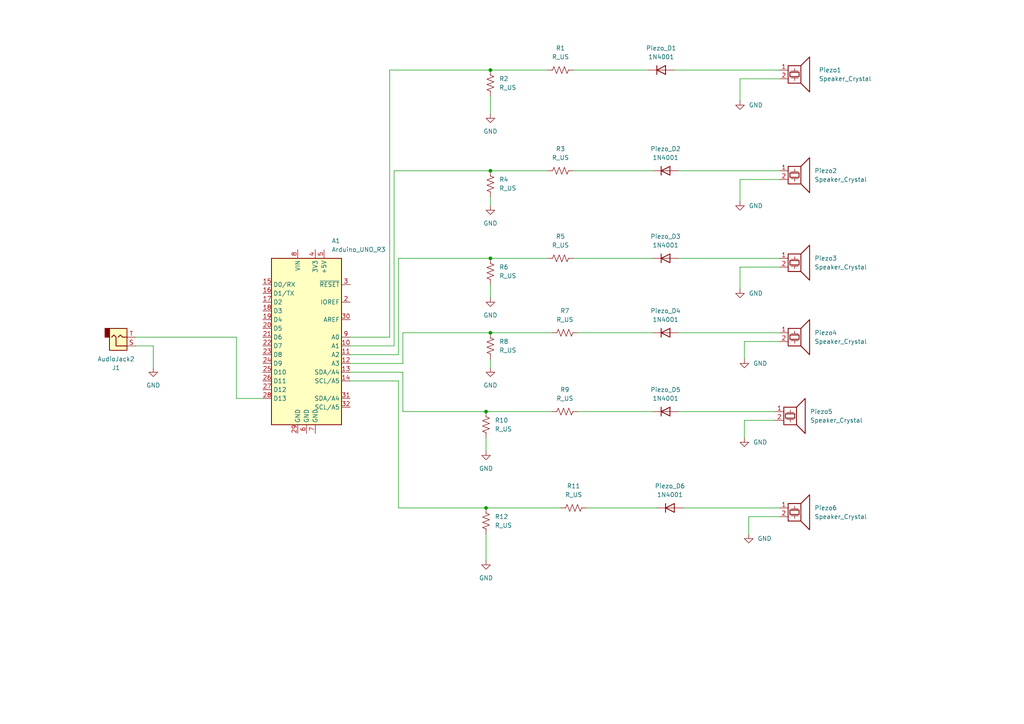
<source format=kicad_sch>
(kicad_sch (version 20230121) (generator eeschema)
  (paper "A4")
  (title_block (title "ENT3320_Schematic"))
  (lib_symbols
    (symbol "Connector_Audio:AudioJack2"
      (property "Reference" "J" (at 0 8.89 0))
      (property "Value" "AudioJack2" (at 0 6.35 0))
      (symbol "AudioJack2_0_1"
        (rectangle (start -3.81 0) (end -2.54 -2.54) (stroke (width 0.254)) (fill (type outline)))
        (rectangle (start -2.54 3.81) (end 2.54 -2.54) (stroke (width 0.254)) (fill (type background)))
        (polyline (pts (xy 0 0) (xy 0.635 -0.635) (xy 1.27 0) (xy 2.54 0)) (stroke (width 0.254)))
        (polyline (pts (xy 2.54 2.54) (xy -0.635 2.54) (xy -0.635 0) (xy -1.27 -0.635) (xy -1.905 0)) (stroke (width 0.254)))
      )
      (symbol "AudioJack2_1_1"
        (pin passive line (at 5.08 2.54 180) (length 2.54) (name "~") (number "S"))
        (pin passive line (at 5.08 0 180) (length 2.54) (name "~") (number "T"))
      )
    )
    (symbol "Device:R_US" (pin_numbers hide) (pin_names (offset 0))
      (property "Reference" "R" (at 2.54 0 90))
      (property "Value" "R_US" (at -2.54 0 90))
      (symbol "R_US_0_1"
        (polyline (pts (xy 0 -2.286) (xy 0 -2.54)))
        (polyline (pts (xy 0 2.286) (xy 0 2.54)))
        (polyline (pts (xy 0 -0.762) (xy 1.016 -1.143) (xy 0 -1.524) (xy -1.016 -1.905) (xy 0 -2.286)))
        (polyline (pts (xy 0 0.762) (xy 1.016 0.381) (xy 0 0) (xy -1.016 -0.381) (xy 0 -0.762)))
        (polyline (pts (xy 0 2.286) (xy 1.016 1.905) (xy 0 1.524) (xy -1.016 1.143) (xy 0 0.762)))
      )
      (symbol "R_US_1_1"
        (pin passive line (at 0 3.81 270) (length 1.27) (name "~") (number "1"))
        (pin passive line (at 0 -3.81 90) (length 1.27) (name "~") (number "2"))
      )
    )
    (symbol "Device:Speaker_Crystal" (pin_names (offset 0) hide)
      (property "Reference" "LS" (at 0.635 5.715 0))
      (property "Value" "Speaker_Crystal" (at 0.635 3.81 0))
      (symbol "Speaker_Crystal_0_0"
        (rectangle (start -2.54 1.27) (end 1.143 -3.81) (stroke (width 0.254)))
        (rectangle (start -2.032 -0.635) (end 0.635 -1.905) (stroke (width 0.254)))
        (polyline (pts (xy -1.651 -2.286) (xy 0.381 -2.286)))
        (polyline (pts (xy -1.651 -0.254) (xy 0.381 -0.254)))
        (polyline (pts (xy -0.635 -2.286) (xy -0.635 -3.048)))
        (polyline (pts (xy -0.635 -0.254) (xy -0.635 0.508)))
        (polyline (pts (xy 1.143 1.27) (xy 3.683 3.81) (xy 3.683 -6.35) (xy 1.143 -3.81)) (stroke (width 0.254)))
      )
      (symbol "Speaker_Crystal_1_1"
        (pin input line (at -5.08 0 0) (length 2.54) (name "1") (number "1"))
        (pin input line (at -5.08 -2.54 0) (length 2.54) (name "2") (number "2"))
      )
    )
    (symbol "Diode:1N4001" (pin_numbers hide) (pin_names hide)
      (property "Reference" "D" (at 0 2.54 0))
      (property "Value" "1N4001" (at 0 -2.54 0))
      (symbol "1N4001_0_1"
        (polyline (pts (xy -1.27 1.27) (xy -1.27 -1.27)) (stroke (width 0.254)))
        (polyline (pts (xy 1.27 0) (xy -1.27 0)))
        (polyline (pts (xy 1.27 1.27) (xy 1.27 -1.27) (xy -1.27 0) (xy 1.27 1.27)) (stroke (width 0.254)))
      )
      (symbol "1N4001_1_1"
        (pin passive line (at -3.81 0 0) (length 2.54) (name "K") (number "1"))
        (pin passive line (at 3.81 0 180) (length 2.54) (name "A") (number "2"))
      )
    )
    (symbol "MCU_Module:Arduino_UNO_R3"
      (property "Reference" "A" (at -10.16 23.495 0))
      (property "Value" "Arduino_UNO_R3" (at 5.08 -26.67 0))
      (symbol "Arduino_UNO_R3_0_1"
        (rectangle (start -10.16 22.86) (end 10.16 -25.4) (stroke (width 0.254)) (fill (type background)))
      )
      (symbol "Arduino_UNO_R3_1_1"
        (pin no_connect line (at -10.16 -20.32 0) (length 2.54) hide (name "NC") (number "1"))
        (pin bidirectional line (at 12.7 -2.54 180) (length 2.54) (name "A1") (number "10"))
        (pin bidirectional line (at 12.7 -5.08 180) (length 2.54) (name "A2") (number "11"))
        (pin bidirectional line (at 12.7 -7.62 180) (length 2.54) (name "A3") (number "12"))
        (pin bidirectional line (at 12.7 -10.16 180) (length 2.54) (name "SDA/A4") (number "13"))
        (pin bidirectional line (at 12.7 -12.7 180) (length 2.54) (name "SCL/A5") (number "14"))
        (pin bidirectional line (at -12.7 15.24 0) (length 2.54) (name "D0/RX") (number "15"))
        (pin bidirectional line (at -12.7 12.7 0) (length 2.54) (name "D1/TX") (number "16"))
        (pin bidirectional line (at -12.7 10.16 0) (length 2.54) (name "D2") (number "17"))
        (pin bidirectional line (at -12.7 7.62 0) (length 2.54) (name "D3") (number "18"))
        (pin bidirectional line (at -12.7 5.08 0) (length 2.54) (name "D4") (number "19"))
        (pin output line (at 12.7 10.16 180) (length 2.54) (name "IOREF") (number "2"))
        (pin bidirectional line (at -12.7 2.54 0) (length 2.54) (name "D5") (number "20"))
        (pin bidirectional line (at -12.7 0 0) (length 2.54) (name "D6") (number "21"))
        (pin bidirectional line (at -12.7 -2.54 0) (length 2.54) (name "D7") (number "22"))
        (pin bidirectional line (at -12.7 -5.08 0) (length 2.54) (name "D8") (number "23"))
        (pin bidirectional line (at -12.7 -7.62 0) (length 2.54) (name "D9") (number "24"))
        (pin bidirectional line (at -12.7 -10.16 0) (length 2.54) (name "D10") (number "25"))
        (pin bidirectional line (at -12.7 -12.7 0) (length 2.54) (name "D11") (number "26"))
        (pin bidirectional line (at -12.7 -15.24 0) (length 2.54) (name "D12") (number "27"))
        (pin bidirectional line (at -12.7 -17.78 0) (length 2.54) (name "D13") (number "28"))
        (pin power_in line (at -2.54 -27.94 90) (length 2.54) (name "GND") (number "29"))
        (pin input line (at 12.7 15.24 180) (length 2.54) (name "~{RESET}") (number "3"))
        (pin input line (at 12.7 5.08 180) (length 2.54) (name "AREF") (number "30"))
        (pin bidirectional line (at 12.7 -17.78 180) (length 2.54) (name "SDA/A4") (number "31"))
        (pin bidirectional line (at 12.7 -20.32 180) (length 2.54) (name "SCL/A5") (number "32"))
        (pin power_out line (at 2.54 25.4 270) (length 2.54) (name "3V3") (number "4"))
        (pin power_out line (at 5.08 25.4 270) (length 2.54) (name "+5V") (number "5"))
        (pin power_in line (at 0 -27.94 90) (length 2.54) (name "GND") (number "6"))
        (pin power_in line (at 2.54 -27.94 90) (length 2.54) (name "GND") (number "7"))
        (pin power_in line (at -2.54 25.4 270) (length 2.54) (name "VIN") (number "8"))
        (pin bidirectional line (at 12.7 0 180) (length 2.54) (name "A0") (number "9"))
      )
    )
    (symbol "power:GND" (power) (pin_names (offset 0))
      (property "Value" "GND" (at 0 -3.81 0))
      (symbol "GND_0_1"
        (polyline (pts (xy 0 0) (xy 0 -1.27) (xy 1.27 -1.27) (xy 0 -2.54) (xy -1.27 -1.27) (xy 0 -1.27)))
      )
      (symbol "GND_1_1"
        (pin power_in line (at 0 0 270) (length 0) hide (name "GND") (number "1"))
      )
    )
  )
  (junction (at 140.97 147.32))
  (junction (at 142.24 20.32))
  (junction (at 142.24 74.93))
  (junction (at 142.24 96.52))
  (junction (at 142.24 49.53))
  (junction (at 140.97 119.38))
  (wire (pts (xy 215.9 99.06) (xy 226.06 99.06)))
  (wire (pts (xy 140.97 154.94) (xy 140.97 162.56)))
  (wire (pts (xy 214.63 58.42) (xy 214.63 52.07)))
  (wire (pts (xy 114.3 49.53) (xy 114.3 100.33)))
  (wire (pts (xy 142.24 20.32) (xy 113.03 20.32)))
  (wire (pts (xy 101.6 102.87) (xy 115.57 102.87)))
  (wire (pts (xy 140.97 127) (xy 140.97 130.81)))
  (wire (pts (xy 116.84 107.95) (xy 116.84 119.38)))
  (wire (pts (xy 196.85 119.38) (xy 224.79 119.38)))
  (wire (pts (xy 115.57 110.49) (xy 115.57 147.32)))
  (wire (pts (xy 214.63 77.47) (xy 226.06 77.47)))
  (wire (pts (xy 142.24 49.53) (xy 114.3 49.53)))
  (wire (pts (xy 217.17 149.86) (xy 226.06 149.86)))
  (wire (pts (xy 158.75 20.32) (xy 142.24 20.32)))
  (wire (pts (xy 113.03 97.79) (xy 101.6 97.79)))
  (wire (pts (xy 214.63 22.86) (xy 226.06 22.86)))
  (wire (pts (xy 115.57 110.49) (xy 101.6 110.49)))
  (wire (pts (xy 226.06 96.52) (xy 196.85 96.52)))
  (wire (pts (xy 101.6 100.33) (xy 114.3 100.33)))
  (wire (pts (xy 68.58 97.79) (xy 68.58 115.57)))
  (wire (pts (xy 189.23 49.53) (xy 166.37 49.53)))
  (wire (pts (xy 226.06 147.32) (xy 198.12 147.32)))
  (wire (pts (xy 142.24 27.94) (xy 142.24 33.02)))
  (wire (pts (xy 226.06 49.53) (xy 196.85 49.53)))
  (wire (pts (xy 140.97 119.38) (xy 160.02 119.38)))
  (wire (pts (xy 44.45 100.33) (xy 44.45 106.68)))
  (wire (pts (xy 162.56 147.32) (xy 140.97 147.32)))
  (wire (pts (xy 215.9 127) (xy 215.9 121.92)))
  (wire (pts (xy 101.6 105.41) (xy 116.84 105.41)))
  (wire (pts (xy 113.03 20.32) (xy 113.03 97.79)))
  (wire (pts (xy 140.97 147.32) (xy 115.57 147.32)))
  (wire (pts (xy 187.96 20.32) (xy 166.37 20.32)))
  (wire (pts (xy 39.37 100.33) (xy 44.45 100.33)))
  (wire (pts (xy 115.57 74.93) (xy 115.57 102.87)))
  (wire (pts (xy 189.23 74.93) (xy 166.37 74.93)))
  (wire (pts (xy 167.64 119.38) (xy 189.23 119.38)))
  (wire (pts (xy 142.24 74.93) (xy 115.57 74.93)))
  (wire (pts (xy 160.02 96.52) (xy 142.24 96.52)))
  (wire (pts (xy 142.24 82.55) (xy 142.24 86.36)))
  (wire (pts (xy 195.58 20.32) (xy 226.06 20.32)))
  (wire (pts (xy 39.37 97.79) (xy 68.58 97.79)))
  (wire (pts (xy 116.84 119.38) (xy 140.97 119.38)))
  (wire (pts (xy 158.75 74.93) (xy 142.24 74.93)))
  (wire (pts (xy 142.24 104.14) (xy 142.24 106.68)))
  (wire (pts (xy 217.17 154.94) (xy 217.17 149.86)))
  (wire (pts (xy 226.06 74.93) (xy 196.85 74.93)))
  (wire (pts (xy 215.9 104.14) (xy 215.9 99.06)))
  (wire (pts (xy 142.24 57.15) (xy 142.24 59.69)))
  (wire (pts (xy 190.5 147.32) (xy 170.18 147.32)))
  (wire (pts (xy 214.63 83.82) (xy 214.63 77.47)))
  (wire (pts (xy 68.58 115.57) (xy 76.2 115.57)))
  (wire (pts (xy 214.63 52.07) (xy 226.06 52.07)))
  (wire (pts (xy 116.84 96.52) (xy 116.84 105.41)))
  (wire (pts (xy 189.23 96.52) (xy 167.64 96.52)))
  (wire (pts (xy 142.24 96.52) (xy 116.84 96.52)))
  (wire (pts (xy 215.9 121.92) (xy 224.79 121.92)))
  (wire (pts (xy 214.63 29.21) (xy 214.63 22.86)))
  (wire (pts (xy 142.24 49.53) (xy 158.75 49.53)))
  (wire (pts (xy 101.6 107.95) (xy 116.84 107.95)))
  (symbol (lib_id "Device:R_US") (at 140.97 123.19 0) (unit 1)
    (property "Reference" "R10" (at 143.51 121.92 0) (effects (justify left)))
    (property "Value" "R_US" (at 143.51 124.46 0) (effects (justify left)))
  )
  (symbol (lib_id "Device:R_US") (at 163.83 96.52 270) (unit 1)
    (property "Reference" "R7" (at 163.83 90.17 90))
    (property "Value" "R_US" (at 163.83 92.71 90))
  )
  (symbol (lib_id "Device:R_US") (at 140.97 151.13 0) (unit 1)
    (property "Reference" "R12" (at 143.51 149.86 0) (effects (justify left)))
    (property "Value" "R_US" (at 143.51 152.4 0) (effects (justify left)))
  )
  (symbol (lib_id "power:GND") (at 44.45 106.68 0) (unit 1)
    (property "Reference" "#PWR013" (effects hide))
    (property "Value" "GND" (at 44.45 111.76 0))
  )
  (symbol (lib_id "Device:R_US") (at 162.56 49.53 270) (unit 1)
    (property "Reference" "R3" (at 162.56 43.18 90))
    (property "Value" "R_US" (at 162.56 45.72 90))
  )
  (symbol (lib_id "Diode:1N4001") (at 193.04 74.93 0) (unit 1)
    (property "Reference" "Piezo_D3" (at 193.04 68.58 0))
    (property "Value" "1N4001" (at 193.04 71.12 0))
    (property "Footprint" "Diode_THT:D_DO-41_SOD81_P10.16mm_Horizontal" (effects hide))
    (property "Datasheet" "http://www.vishay.com/docs/88503/1n4001.pdf" (effects hide))
    (property "Sim.Device" "D" (effects hide))
    (property "Sim.Pins" "1=K 2=A" (effects hide))
  )
  (symbol (lib_id "Device:R_US") (at 142.24 24.13 0) (unit 1)
    (property "Reference" "R2" (at 144.78 22.86 0) (effects (justify left)))
    (property "Value" "R_US" (at 144.78 25.4 0) (effects (justify left)))
  )
  (symbol (lib_id "Device:R_US") (at 162.56 74.93 270) (unit 1)
    (property "Reference" "R5" (at 162.56 68.58 90))
    (property "Value" "R_US" (at 162.56 71.12 90))
  )
  (symbol (lib_id "power:GND") (at 214.63 83.82 0) (unit 1)
    (property "Reference" "#PWR05" (effects hide))
    (property "Value" "GND" (at 217.17 85.09 0) (effects (justify left)))
  )
  (symbol (lib_id "MCU_Module:Arduino_UNO_R3") (at 88.9 97.79 0) (unit 1)
    (property "Reference" "A1" (at 96.1741 69.85 0) (effects (justify left)))
    (property "Value" "Arduino_UNO_R3" (at 96.1741 72.39 0) (effects (justify left)))
    (property "Footprint" "Module:Arduino_UNO_R3" (effects hide))
    (property "Datasheet" "https://www.arduino.cc/en/Main/arduinoBoardUno" (effects hide))
  )
  (symbol (lib_id "power:GND") (at 217.17 154.94 0) (unit 1)
    (property "Reference" "#PWR011" (effects hide))
    (property "Value" "GND" (at 219.71 156.21 0) (effects (justify left)))
  )
  (symbol (lib_id "Device:Speaker_Crystal") (at 231.14 96.52 0) (unit 1)
    (property "Reference" "Piezo4" (at 236.22 96.52 0) (effects (justify left)))
    (property "Value" "Speaker_Crystal" (at 236.22 99.06 0) (effects (justify left)))
  )
  (symbol (lib_id "Device:R_US") (at 163.83 119.38 270) (unit 1)
    (property "Reference" "R9" (at 163.83 113.03 90))
    (property "Value" "R_US" (at 163.83 115.57 90))
  )
  (symbol (lib_id "Diode:1N4001") (at 193.04 119.38 0) (unit 1)
    (property "Reference" "Piezo_D5" (at 193.04 113.03 0))
    (property "Value" "1N4001" (at 193.04 115.57 0))
    (property "Footprint" "Diode_THT:D_DO-41_SOD81_P10.16mm_Horizontal" (effects hide))
    (property "Datasheet" "http://www.vishay.com/docs/88503/1n4001.pdf" (effects hide))
    (property "Sim.Device" "D" (effects hide))
    (property "Sim.Pins" "1=K 2=A" (effects hide))
  )
  (symbol (lib_id "power:GND") (at 214.63 29.21 0) (unit 1)
    (property "Reference" "#PWR02" (effects hide))
    (property "Value" "GND" (at 217.17 30.48 0) (effects (justify left)))
  )
  (symbol (lib_id "Diode:1N4001") (at 193.04 96.52 0) (unit 1)
    (property "Reference" "Piezo_D4" (at 193.04 90.17 0))
    (property "Value" "1N4001" (at 193.04 92.71 0))
    (property "Footprint" "Diode_THT:D_DO-41_SOD81_P10.16mm_Horizontal" (effects hide))
    (property "Datasheet" "http://www.vishay.com/docs/88503/1n4001.pdf" (effects hide))
    (property "Sim.Device" "D" (effects hide))
    (property "Sim.Pins" "1=K 2=A" (effects hide))
  )
  (symbol (lib_id "Device:Speaker_Crystal") (at 231.14 20.32 0) (unit 1)
    (property "Reference" "Piezo1" (at 237.49 20.32 0) (effects (justify left)))
    (property "Value" "Speaker_Crystal" (at 237.49 22.86 0) (effects (justify left)))
  )
  (symbol (lib_id "Device:Speaker_Crystal") (at 229.87 119.38 0) (unit 1)
    (property "Reference" "Piezo5" (at 234.95 119.38 0) (effects (justify left)))
    (property "Value" "Speaker_Crystal" (at 234.95 121.92 0) (effects (justify left)))
  )
  (symbol (lib_id "Device:Speaker_Crystal") (at 231.14 147.32 0) (unit 1)
    (property "Reference" "Piezo6" (at 236.22 147.32 0) (effects (justify left)))
    (property "Value" "Speaker_Crystal" (at 236.22 149.86 0) (effects (justify left)))
  )
  (symbol (lib_id "power:GND") (at 142.24 59.69 0) (unit 1)
    (property "Reference" "#PWR01" (effects hide))
    (property "Value" "GND" (at 142.24 64.77 0))
  )
  (symbol (lib_id "power:GND") (at 215.9 104.14 0) (unit 1)
    (property "Reference" "#PWR08" (effects hide))
    (property "Value" "GND" (at 218.44 105.41 0) (effects (justify left)))
  )
  (symbol (lib_id "Diode:1N4001") (at 194.31 147.32 0) (unit 1)
    (property "Reference" "Piezo_D6" (at 194.31 140.97 0))
    (property "Value" "1N4001" (at 194.31 143.51 0))
    (property "Footprint" "Diode_THT:D_DO-41_SOD81_P10.16mm_Horizontal" (effects hide))
    (property "Datasheet" "http://www.vishay.com/docs/88503/1n4001.pdf" (effects hide))
    (property "Sim.Device" "D" (effects hide))
    (property "Sim.Pins" "1=K 2=A" (effects hide))
  )
  (symbol (lib_id "Diode:1N4001") (at 191.77 20.32 0) (unit 1)
    (property "Reference" "Piezo_D1" (at 191.77 13.97 0))
    (property "Value" "1N4001" (at 191.77 16.51 0))
    (property "Footprint" "Diode_THT:D_DO-41_SOD81_P10.16mm_Horizontal" (effects hide))
    (property "Datasheet" "http://www.vishay.com/docs/88503/1n4001.pdf" (effects hide))
    (property "Sim.Device" "D" (effects hide))
    (property "Sim.Pins" "1=K 2=A" (effects hide))
  )
  (symbol (lib_id "power:GND") (at 214.63 58.42 0) (unit 1)
    (property "Reference" "#PWR04" (effects hide))
    (property "Value" "GND" (at 217.17 59.69 0) (effects (justify left)))
  )
  (symbol (lib_id "Device:R_US") (at 142.24 100.33 0) (unit 1)
    (property "Reference" "R8" (at 144.78 99.06 0) (effects (justify left)))
    (property "Value" "R_US" (at 144.78 101.6 0) (effects (justify left)))
  )
  (symbol (lib_id "Device:R_US") (at 166.37 147.32 270) (unit 1)
    (property "Reference" "R11" (at 166.37 140.97 90))
    (property "Value" "R_US" (at 166.37 143.51 90))
  )
  (symbol (lib_id "Device:Speaker_Crystal") (at 231.14 49.53 0) (unit 1)
    (property "Reference" "Piezo2" (at 236.22 49.53 0) (effects (justify left)))
    (property "Value" "Speaker_Crystal" (at 236.22 52.07 0) (effects (justify left)))
  )
  (symbol (lib_id "power:GND") (at 140.97 162.56 0) (unit 1)
    (property "Reference" "#PWR012" (effects hide))
    (property "Value" "GND" (at 140.97 167.64 0))
  )
  (symbol (lib_id "Device:Speaker_Crystal") (at 231.14 74.93 0) (unit 1)
    (property "Reference" "Piezo3" (at 236.22 74.93 0) (effects (justify left)))
    (property "Value" "Speaker_Crystal" (at 236.22 77.47 0) (effects (justify left)))
  )
  (symbol (lib_id "power:GND") (at 142.24 33.02 0) (unit 1)
    (property "Reference" "#PWR03" (effects hide))
    (property "Value" "GND" (at 142.24 38.1 0))
  )
  (symbol (lib_id "Diode:1N4001") (at 193.04 49.53 0) (unit 1)
    (property "Reference" "Piezo_D2" (at 193.04 43.18 0))
    (property "Value" "1N4001" (at 193.04 45.72 0))
    (property "Footprint" "Diode_THT:D_DO-41_SOD81_P10.16mm_Horizontal" (effects hide))
    (property "Datasheet" "http://www.vishay.com/docs/88503/1n4001.pdf" (effects hide))
    (property "Sim.Device" "D" (effects hide))
    (property "Sim.Pins" "1=K 2=A" (effects hide))
  )
  (symbol (lib_id "power:GND") (at 215.9 127 0) (unit 1)
    (property "Reference" "#PWR010" (effects hide))
    (property "Value" "GND" (at 218.44 128.27 0) (effects (justify left)))
  )
  (symbol (lib_id "Device:R_US") (at 142.24 78.74 0) (unit 1)
    (property "Reference" "R6" (at 144.78 77.47 0) (effects (justify left)))
    (property "Value" "R_US" (at 144.78 80.01 0) (effects (justify left)))
  )
  (symbol (lib_id "power:GND") (at 142.24 86.36 0) (unit 1)
    (property "Reference" "#PWR06" (effects hide))
    (property "Value" "GND" (at 142.24 91.44 0))
  )
  (symbol (lib_id "power:GND") (at 140.97 130.81 0) (unit 1)
    (property "Reference" "#PWR09" (effects hide))
    (property "Value" "GND" (at 140.97 135.89 0))
  )
  (symbol (lib_id "power:GND") (at 142.24 106.68 0) (unit 1)
    (property "Reference" "#PWR07" (effects hide))
    (property "Value" "GND" (at 142.24 111.76 0))
  )
  (symbol (lib_id "Device:R_US") (at 142.24 53.34 0) (unit 1)
    (property "Reference" "R4" (at 144.78 52.07 0) (effects (justify left)))
    (property "Value" "R_US" (at 144.78 54.61 0) (effects (justify left)))
  )
  (symbol (lib_id "Connector_Audio:AudioJack2") (at 34.29 97.79 0) (mirror x) (unit 1)
    (property "Reference" "J1" (at 33.655 106.68 0))
    (property "Value" "AudioJack2" (at 33.655 104.14 0))
  )
  (symbol (lib_id "Device:R_US") (at 162.56 20.32 90) (unit 1)
    (property "Reference" "R1" (at 162.56 13.97 90))
    (property "Value" "R_US" (at 162.56 16.51 90))
  )
)
</source>
